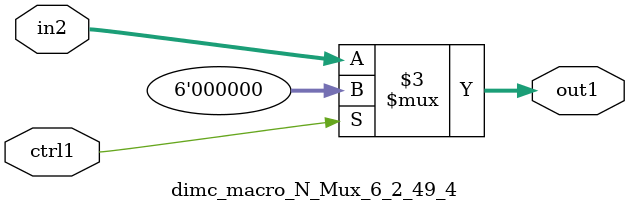
<source format=v>

`timescale 1ps / 1ps


module dimc_macro_N_Mux_6_2_49_4( in2, ctrl1, out1 );

    input [5:0] in2;
    input ctrl1;
    output [5:0] out1;
    reg [5:0] out1;

    
    // rtl_process:dimc_macro_N_Mux_6_2_49_4/dimc_macro_N_Mux_6_2_49_4_thread_1
    always @*
      begin : dimc_macro_N_Mux_6_2_49_4_thread_1
        case (ctrl1) 
          1'b1: 
            begin
              out1 = 6'd00;
            end
          default: 
            begin
              out1 = in2;
            end
        endcase
      end

endmodule



</source>
